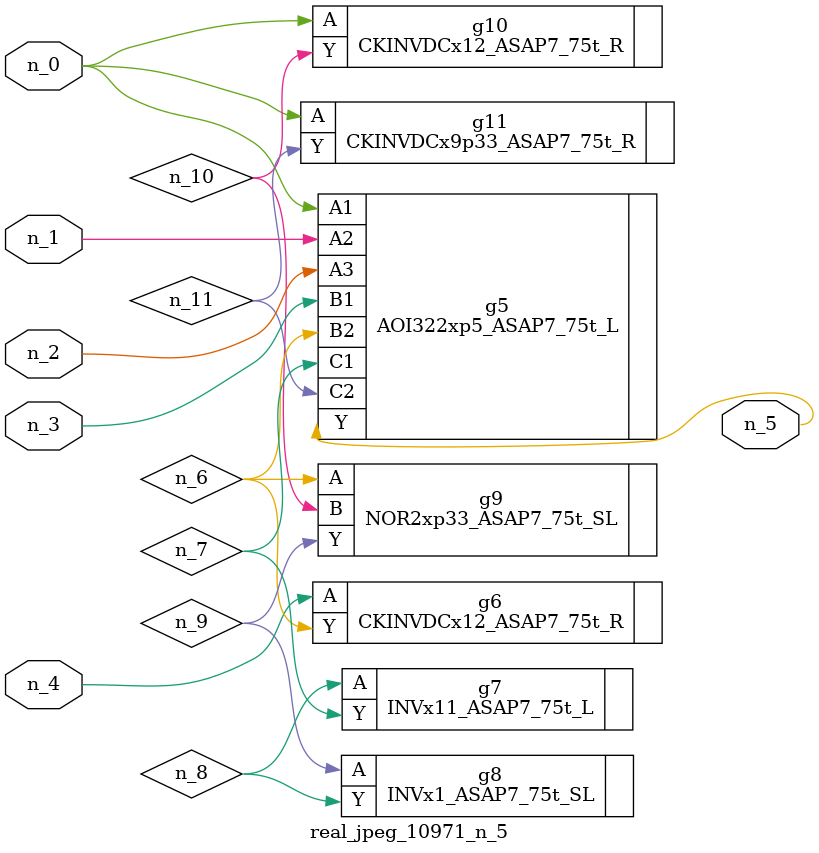
<source format=v>
module real_jpeg_10971_n_5 (n_4, n_0, n_1, n_2, n_3, n_5);

input n_4;
input n_0;
input n_1;
input n_2;
input n_3;

output n_5;

wire n_8;
wire n_11;
wire n_6;
wire n_7;
wire n_10;
wire n_9;

AOI322xp5_ASAP7_75t_L g5 ( 
.A1(n_0),
.A2(n_1),
.A3(n_2),
.B1(n_3),
.B2(n_6),
.C1(n_7),
.C2(n_11),
.Y(n_5)
);

CKINVDCx12_ASAP7_75t_R g10 ( 
.A(n_0),
.Y(n_10)
);

CKINVDCx9p33_ASAP7_75t_R g11 ( 
.A(n_0),
.Y(n_11)
);

CKINVDCx12_ASAP7_75t_R g6 ( 
.A(n_4),
.Y(n_6)
);

NOR2xp33_ASAP7_75t_SL g9 ( 
.A(n_6),
.B(n_10),
.Y(n_9)
);

INVx11_ASAP7_75t_L g7 ( 
.A(n_8),
.Y(n_7)
);

INVx1_ASAP7_75t_SL g8 ( 
.A(n_9),
.Y(n_8)
);


endmodule
</source>
